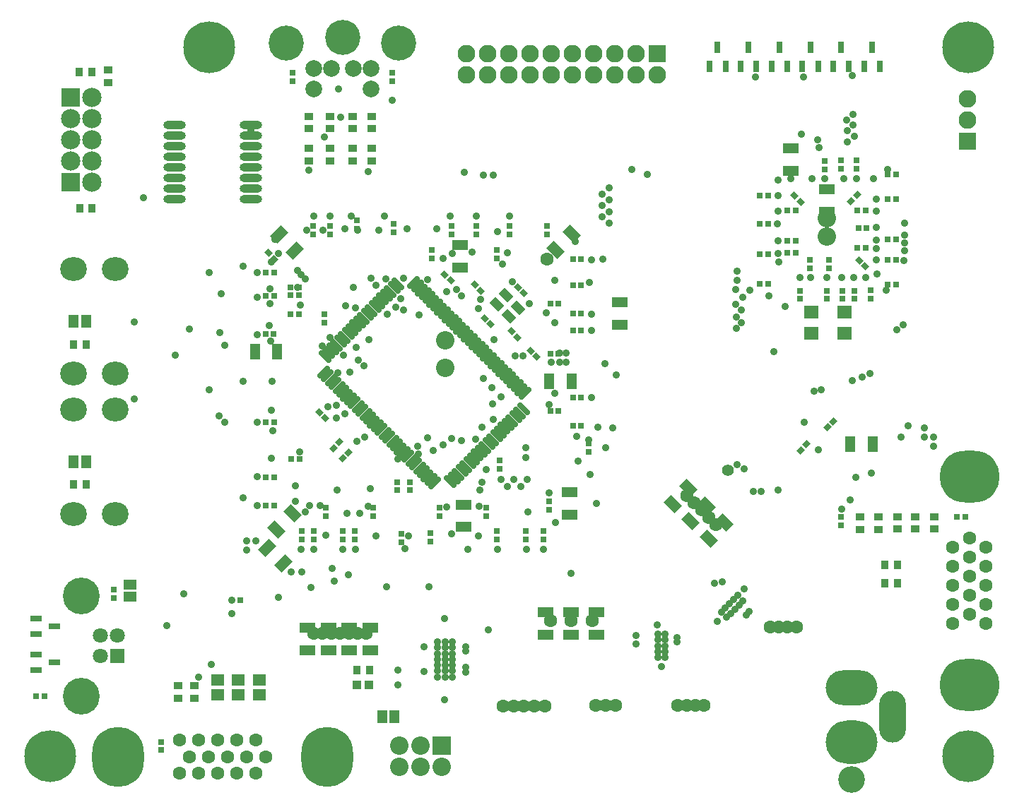
<source format=gbs>
%FSAX24Y24*%
%MOIN*%
G70*
G01*
G75*
G04 Layer_Color=16711935*
%ADD10C,0.0080*%
%ADD11C,0.0079*%
%ADD12R,0.0591X0.0551*%
%ADD13R,0.0551X0.0591*%
%ADD14O,0.0236X0.0866*%
%ADD15R,0.0394X0.1575*%
%ADD16R,0.1575X0.0394*%
%ADD17R,0.1299X0.0984*%
G04:AMPARAMS|DCode=18|XSize=8.7mil|YSize=74.8mil|CornerRadius=2.2mil|HoleSize=0mil|Usage=FLASHONLY|Rotation=90.000|XOffset=0mil|YOffset=0mil|HoleType=Round|Shape=RoundedRectangle|*
%AMROUNDEDRECTD18*
21,1,0.0087,0.0705,0,0,90.0*
21,1,0.0043,0.0748,0,0,90.0*
1,1,0.0043,0.0352,0.0022*
1,1,0.0043,0.0352,-0.0022*
1,1,0.0043,-0.0352,-0.0022*
1,1,0.0043,-0.0352,0.0022*
%
%ADD18ROUNDEDRECTD18*%
G04:AMPARAMS|DCode=19|XSize=8.7mil|YSize=74.8mil|CornerRadius=2.2mil|HoleSize=0mil|Usage=FLASHONLY|Rotation=180.000|XOffset=0mil|YOffset=0mil|HoleType=Round|Shape=RoundedRectangle|*
%AMROUNDEDRECTD19*
21,1,0.0087,0.0705,0,0,180.0*
21,1,0.0043,0.0748,0,0,180.0*
1,1,0.0043,-0.0022,0.0352*
1,1,0.0043,0.0022,0.0352*
1,1,0.0043,0.0022,-0.0352*
1,1,0.0043,-0.0022,-0.0352*
%
%ADD19ROUNDEDRECTD19*%
G04:AMPARAMS|DCode=20|XSize=133.9mil|YSize=135.8mil|CornerRadius=0mil|HoleSize=0mil|Usage=FLASHONLY|Rotation=135.000|XOffset=0mil|YOffset=0mil|HoleType=Round|Shape=Rectangle|*
%AMROTATEDRECTD20*
4,1,4,0.0953,0.0007,-0.0007,-0.0953,-0.0953,-0.0007,0.0007,0.0953,0.0953,0.0007,0.0*
%
%ADD20ROTATEDRECTD20*%

%ADD21R,0.1339X0.1358*%
%ADD22R,0.2047X0.0827*%
%ADD23R,0.2047X0.1969*%
G04:AMPARAMS|DCode=24|XSize=11.8mil|YSize=65mil|CornerRadius=3mil|HoleSize=0mil|Usage=FLASHONLY|Rotation=90.000|XOffset=0mil|YOffset=0mil|HoleType=Round|Shape=RoundedRectangle|*
%AMROUNDEDRECTD24*
21,1,0.0118,0.0591,0,0,90.0*
21,1,0.0059,0.0650,0,0,90.0*
1,1,0.0059,0.0295,0.0030*
1,1,0.0059,0.0295,-0.0030*
1,1,0.0059,-0.0295,-0.0030*
1,1,0.0059,-0.0295,0.0030*
%
%ADD24ROUNDEDRECTD24*%
G04:AMPARAMS|DCode=25|XSize=11.8mil|YSize=65mil|CornerRadius=3mil|HoleSize=0mil|Usage=FLASHONLY|Rotation=0.000|XOffset=0mil|YOffset=0mil|HoleType=Round|Shape=RoundedRectangle|*
%AMROUNDEDRECTD25*
21,1,0.0118,0.0591,0,0,0.0*
21,1,0.0059,0.0650,0,0,0.0*
1,1,0.0059,0.0030,-0.0295*
1,1,0.0059,-0.0030,-0.0295*
1,1,0.0059,-0.0030,0.0295*
1,1,0.0059,0.0030,0.0295*
%
%ADD25ROUNDEDRECTD25*%
%ADD26O,0.0827X0.0177*%
%ADD27R,0.1240X0.2028*%
%ADD28O,0.0118X0.0551*%
%ADD29O,0.0551X0.0118*%
G04:AMPARAMS|DCode=30|XSize=65mil|YSize=143.7mil|CornerRadius=0mil|HoleSize=0mil|Usage=FLASHONLY|Rotation=315.000|XOffset=0mil|YOffset=0mil|HoleType=Round|Shape=Rectangle|*
%AMROTATEDRECTD30*
4,1,4,-0.0738,-0.0278,0.0278,0.0738,0.0738,0.0278,-0.0278,-0.0738,-0.0738,-0.0278,0.0*
%
%ADD30ROTATEDRECTD30*%

G04:AMPARAMS|DCode=31|XSize=11.8mil|YSize=55.1mil|CornerRadius=0mil|HoleSize=0mil|Usage=FLASHONLY|Rotation=315.000|XOffset=0mil|YOffset=0mil|HoleType=Round|Shape=Round|*
%AMOVALD31*
21,1,0.0433,0.0118,0.0000,0.0000,45.0*
1,1,0.0118,-0.0153,-0.0153*
1,1,0.0118,0.0153,0.0153*
%
%ADD31OVALD31*%

G04:AMPARAMS|DCode=32|XSize=11.8mil|YSize=55.1mil|CornerRadius=0mil|HoleSize=0mil|Usage=FLASHONLY|Rotation=45.000|XOffset=0mil|YOffset=0mil|HoleType=Round|Shape=Round|*
%AMOVALD32*
21,1,0.0433,0.0118,0.0000,0.0000,135.0*
1,1,0.0118,0.0153,-0.0153*
1,1,0.0118,-0.0153,0.0153*
%
%ADD32OVALD32*%

%ADD33R,0.0650X0.1437*%
%ADD34R,0.0197X0.0236*%
%ADD35R,0.0236X0.0197*%
%ADD36R,0.0354X0.0276*%
%ADD37R,0.0276X0.0354*%
%ADD38R,0.0354X0.0315*%
%ADD39R,0.0315X0.0354*%
G04:AMPARAMS|DCode=40|XSize=35.4mil|YSize=31.5mil|CornerRadius=0mil|HoleSize=0mil|Usage=FLASHONLY|Rotation=225.000|XOffset=0mil|YOffset=0mil|HoleType=Round|Shape=Rectangle|*
%AMROTATEDRECTD40*
4,1,4,0.0014,0.0237,0.0237,0.0014,-0.0014,-0.0237,-0.0237,-0.0014,0.0014,0.0237,0.0*
%
%ADD40ROTATEDRECTD40*%

%ADD41R,0.0551X0.0472*%
G04:AMPARAMS|DCode=42|XSize=35.4mil|YSize=27.6mil|CornerRadius=0mil|HoleSize=0mil|Usage=FLASHONLY|Rotation=45.000|XOffset=0mil|YOffset=0mil|HoleType=Round|Shape=Rectangle|*
%AMROTATEDRECTD42*
4,1,4,-0.0028,-0.0223,-0.0223,-0.0028,0.0028,0.0223,0.0223,0.0028,-0.0028,-0.0223,0.0*
%
%ADD42ROTATEDRECTD42*%

%ADD43P,0.2840X4X270.0*%
G04:AMPARAMS|DCode=44|XSize=11.8mil|YSize=39.4mil|CornerRadius=0mil|HoleSize=0mil|Usage=FLASHONLY|Rotation=225.000|XOffset=0mil|YOffset=0mil|HoleType=Round|Shape=Rectangle|*
%AMROTATEDRECTD44*
4,1,4,-0.0097,0.0181,0.0181,-0.0097,0.0097,-0.0181,-0.0181,0.0097,-0.0097,0.0181,0.0*
%
%ADD44ROTATEDRECTD44*%

G04:AMPARAMS|DCode=45|XSize=11.8mil|YSize=39.4mil|CornerRadius=0mil|HoleSize=0mil|Usage=FLASHONLY|Rotation=315.000|XOffset=0mil|YOffset=0mil|HoleType=Round|Shape=Rectangle|*
%AMROTATEDRECTD45*
4,1,4,-0.0181,-0.0097,0.0097,0.0181,0.0181,0.0097,-0.0097,-0.0181,-0.0181,-0.0097,0.0*
%
%ADD45ROTATEDRECTD45*%

%ADD46R,0.0236X0.0453*%
%ADD47C,0.0118*%
%ADD48C,0.0197*%
%ADD49C,0.0110*%
%ADD50C,0.0315*%
%ADD51C,0.0236*%
%ADD52C,0.0551*%
%ADD53C,0.0157*%
%ADD54C,0.0276*%
%ADD55C,0.0100*%
%ADD56C,0.0709*%
%ADD57C,0.0787*%
%ADD58C,0.0472*%
%ADD59C,0.0512*%
%ADD60C,0.0827*%
%ADD61C,0.0120*%
%ADD62R,0.3858X0.3858*%
%ADD63O,0.2362X0.2756*%
%ADD64C,0.0551*%
%ADD65O,0.2756X0.2362*%
%ADD66O,0.1181X0.1024*%
%ADD67R,0.0827X0.0827*%
%ADD68C,0.0827*%
%ADD69C,0.0709*%
%ADD70C,0.1575*%
%ADD71C,0.1181*%
%ADD72O,0.2362X0.1969*%
%ADD73O,0.2362X0.1575*%
%ADD74O,0.1181X0.2362*%
%ADD75C,0.0748*%
%ADD76R,0.0748X0.0748*%
%ADD77R,0.0748X0.0748*%
%ADD78R,0.0787X0.0787*%
%ADD79C,0.0787*%
%ADD80C,0.2362*%
%ADD81C,0.1654*%
%ADD82C,0.0630*%
%ADD83R,0.0630X0.0630*%
%ADD84C,0.0280*%
%ADD85C,0.0472*%
%ADD86C,0.0079*%
G04:AMPARAMS|DCode=87|XSize=16.5mil|YSize=65mil|CornerRadius=4.1mil|HoleSize=0mil|Usage=FLASHONLY|Rotation=45.000|XOffset=0mil|YOffset=0mil|HoleType=Round|Shape=RoundedRectangle|*
%AMROUNDEDRECTD87*
21,1,0.0165,0.0567,0,0,45.0*
21,1,0.0083,0.0650,0,0,45.0*
1,1,0.0083,0.0230,-0.0171*
1,1,0.0083,0.0171,-0.0230*
1,1,0.0083,-0.0230,0.0171*
1,1,0.0083,-0.0171,0.0230*
%
%ADD87ROUNDEDRECTD87*%
G04:AMPARAMS|DCode=88|XSize=16.5mil|YSize=65mil|CornerRadius=4.1mil|HoleSize=0mil|Usage=FLASHONLY|Rotation=315.000|XOffset=0mil|YOffset=0mil|HoleType=Round|Shape=RoundedRectangle|*
%AMROUNDEDRECTD88*
21,1,0.0165,0.0567,0,0,315.0*
21,1,0.0083,0.0650,0,0,315.0*
1,1,0.0083,-0.0171,-0.0230*
1,1,0.0083,-0.0230,-0.0171*
1,1,0.0083,0.0171,0.0230*
1,1,0.0083,0.0230,0.0171*
%
%ADD88ROUNDEDRECTD88*%
G04:AMPARAMS|DCode=89|XSize=19.7mil|YSize=23.6mil|CornerRadius=0mil|HoleSize=0mil|Usage=FLASHONLY|Rotation=315.000|XOffset=0mil|YOffset=0mil|HoleType=Round|Shape=Rectangle|*
%AMROTATEDRECTD89*
4,1,4,-0.0153,-0.0014,0.0014,0.0153,0.0153,0.0014,-0.0014,-0.0153,-0.0153,-0.0014,0.0*
%
%ADD89ROTATEDRECTD89*%

%ADD90R,0.0433X0.0669*%
G04:AMPARAMS|DCode=91|XSize=66.9mil|YSize=43.3mil|CornerRadius=0mil|HoleSize=0mil|Usage=FLASHONLY|Rotation=225.000|XOffset=0mil|YOffset=0mil|HoleType=Round|Shape=Rectangle|*
%AMROTATEDRECTD91*
4,1,4,0.0084,0.0390,0.0390,0.0084,-0.0084,-0.0390,-0.0390,-0.0084,0.0084,0.0390,0.0*
%
%ADD91ROTATEDRECTD91*%

%ADD92R,0.0669X0.0433*%
G04:AMPARAMS|DCode=93|XSize=66.9mil|YSize=43.3mil|CornerRadius=0mil|HoleSize=0mil|Usage=FLASHONLY|Rotation=135.000|XOffset=0mil|YOffset=0mil|HoleType=Round|Shape=Rectangle|*
%AMROTATEDRECTD93*
4,1,4,0.0390,-0.0084,0.0084,-0.0390,-0.0390,0.0084,-0.0084,0.0390,0.0390,-0.0084,0.0*
%
%ADD93ROTATEDRECTD93*%

%ADD94O,0.0984X0.0295*%
%ADD95R,0.0630X0.0512*%
G04:AMPARAMS|DCode=96|XSize=49.2mil|YSize=33.5mil|CornerRadius=0mil|HoleSize=0mil|Usage=FLASHONLY|Rotation=135.000|XOffset=0mil|YOffset=0mil|HoleType=Round|Shape=Rectangle|*
%AMROTATEDRECTD96*
4,1,4,0.0292,-0.0056,0.0056,-0.0292,-0.0292,0.0056,-0.0056,0.0292,0.0292,-0.0056,0.0*
%
%ADD96ROTATEDRECTD96*%

G04:AMPARAMS|DCode=97|XSize=19.7mil|YSize=23.6mil|CornerRadius=0mil|HoleSize=0mil|Usage=FLASHONLY|Rotation=225.000|XOffset=0mil|YOffset=0mil|HoleType=Round|Shape=Rectangle|*
%AMROTATEDRECTD97*
4,1,4,-0.0014,0.0153,0.0153,-0.0014,0.0014,-0.0153,-0.0153,0.0014,-0.0014,0.0153,0.0*
%
%ADD97ROTATEDRECTD97*%

%ADD98R,0.0433X0.0551*%
%ADD99R,0.0551X0.0433*%
%ADD100R,0.0453X0.0236*%
%ADD101C,0.0394*%
%ADD102C,0.0433*%
%ADD103C,0.0630*%
%ADD104C,0.0984*%
%ADD105C,0.1575*%
%ADD106C,0.1181*%
%ADD107C,0.0098*%
%ADD108C,0.0010*%
%ADD109R,0.0671X0.0631*%
%ADD110R,0.0631X0.0671*%
%ADD111O,0.0316X0.0946*%
%ADD112R,0.0474X0.1655*%
%ADD113R,0.1655X0.0474*%
%ADD114R,0.1379X0.1064*%
G04:AMPARAMS|DCode=115|XSize=16.7mil|YSize=82.8mil|CornerRadius=6.2mil|HoleSize=0mil|Usage=FLASHONLY|Rotation=90.000|XOffset=0mil|YOffset=0mil|HoleType=Round|Shape=RoundedRectangle|*
%AMROUNDEDRECTD115*
21,1,0.0167,0.0705,0,0,90.0*
21,1,0.0043,0.0828,0,0,90.0*
1,1,0.0123,0.0352,0.0022*
1,1,0.0123,0.0352,-0.0022*
1,1,0.0123,-0.0352,-0.0022*
1,1,0.0123,-0.0352,0.0022*
%
%ADD115ROUNDEDRECTD115*%
G04:AMPARAMS|DCode=116|XSize=16.7mil|YSize=82.8mil|CornerRadius=6.2mil|HoleSize=0mil|Usage=FLASHONLY|Rotation=180.000|XOffset=0mil|YOffset=0mil|HoleType=Round|Shape=RoundedRectangle|*
%AMROUNDEDRECTD116*
21,1,0.0167,0.0705,0,0,180.0*
21,1,0.0043,0.0828,0,0,180.0*
1,1,0.0123,-0.0022,0.0352*
1,1,0.0123,0.0022,0.0352*
1,1,0.0123,0.0022,-0.0352*
1,1,0.0123,-0.0022,-0.0352*
%
%ADD116ROUNDEDRECTD116*%
G04:AMPARAMS|DCode=117|XSize=141.9mil|YSize=143.8mil|CornerRadius=0mil|HoleSize=0mil|Usage=FLASHONLY|Rotation=135.000|XOffset=0mil|YOffset=0mil|HoleType=Round|Shape=Rectangle|*
%AMROTATEDRECTD117*
4,1,4,0.1010,0.0007,-0.0007,-0.1010,-0.1010,-0.0007,0.0007,0.1010,0.1010,0.0007,0.0*
%
%ADD117ROTATEDRECTD117*%

%ADD118R,0.1419X0.1438*%
%ADD119R,0.2127X0.0907*%
%ADD120R,0.2127X0.2049*%
G04:AMPARAMS|DCode=121|XSize=19.8mil|YSize=73mil|CornerRadius=7mil|HoleSize=0mil|Usage=FLASHONLY|Rotation=90.000|XOffset=0mil|YOffset=0mil|HoleType=Round|Shape=RoundedRectangle|*
%AMROUNDEDRECTD121*
21,1,0.0198,0.0591,0,0,90.0*
21,1,0.0059,0.0730,0,0,90.0*
1,1,0.0139,0.0295,0.0030*
1,1,0.0139,0.0295,-0.0030*
1,1,0.0139,-0.0295,-0.0030*
1,1,0.0139,-0.0295,0.0030*
%
%ADD121ROUNDEDRECTD121*%
G04:AMPARAMS|DCode=122|XSize=19.8mil|YSize=73mil|CornerRadius=7mil|HoleSize=0mil|Usage=FLASHONLY|Rotation=0.000|XOffset=0mil|YOffset=0mil|HoleType=Round|Shape=RoundedRectangle|*
%AMROUNDEDRECTD122*
21,1,0.0198,0.0591,0,0,0.0*
21,1,0.0059,0.0730,0,0,0.0*
1,1,0.0139,0.0030,-0.0295*
1,1,0.0139,-0.0030,-0.0295*
1,1,0.0139,-0.0030,0.0295*
1,1,0.0139,0.0030,0.0295*
%
%ADD122ROUNDEDRECTD122*%
%ADD123O,0.0907X0.0257*%
%ADD124R,0.1320X0.2108*%
%ADD125O,0.0198X0.0631*%
%ADD126O,0.0631X0.0198*%
G04:AMPARAMS|DCode=127|XSize=73mil|YSize=151.7mil|CornerRadius=0mil|HoleSize=0mil|Usage=FLASHONLY|Rotation=315.000|XOffset=0mil|YOffset=0mil|HoleType=Round|Shape=Rectangle|*
%AMROTATEDRECTD127*
4,1,4,-0.0794,-0.0278,0.0278,0.0794,0.0794,0.0278,-0.0278,-0.0794,-0.0794,-0.0278,0.0*
%
%ADD127ROTATEDRECTD127*%

G04:AMPARAMS|DCode=128|XSize=19.8mil|YSize=63.1mil|CornerRadius=0mil|HoleSize=0mil|Usage=FLASHONLY|Rotation=315.000|XOffset=0mil|YOffset=0mil|HoleType=Round|Shape=Round|*
%AMOVALD128*
21,1,0.0433,0.0198,0.0000,0.0000,45.0*
1,1,0.0198,-0.0153,-0.0153*
1,1,0.0198,0.0153,0.0153*
%
%ADD128OVALD128*%

G04:AMPARAMS|DCode=129|XSize=19.8mil|YSize=63.1mil|CornerRadius=0mil|HoleSize=0mil|Usage=FLASHONLY|Rotation=45.000|XOffset=0mil|YOffset=0mil|HoleType=Round|Shape=Round|*
%AMOVALD129*
21,1,0.0433,0.0198,0.0000,0.0000,135.0*
1,1,0.0198,0.0153,-0.0153*
1,1,0.0198,-0.0153,0.0153*
%
%ADD129OVALD129*%

%ADD130R,0.0730X0.1517*%
%ADD131R,0.0277X0.0316*%
%ADD132R,0.0316X0.0277*%
%ADD133R,0.0434X0.0356*%
%ADD134R,0.0356X0.0434*%
%ADD135R,0.0434X0.0395*%
%ADD136R,0.0395X0.0434*%
G04:AMPARAMS|DCode=137|XSize=43.4mil|YSize=39.5mil|CornerRadius=0mil|HoleSize=0mil|Usage=FLASHONLY|Rotation=225.000|XOffset=0mil|YOffset=0mil|HoleType=Round|Shape=Rectangle|*
%AMROTATEDRECTD137*
4,1,4,0.0014,0.0293,0.0293,0.0014,-0.0014,-0.0293,-0.0293,-0.0014,0.0014,0.0293,0.0*
%
%ADD137ROTATEDRECTD137*%

%ADD138R,0.0631X0.0552*%
G04:AMPARAMS|DCode=139|XSize=43.4mil|YSize=35.6mil|CornerRadius=0mil|HoleSize=0mil|Usage=FLASHONLY|Rotation=45.000|XOffset=0mil|YOffset=0mil|HoleType=Round|Shape=Rectangle|*
%AMROTATEDRECTD139*
4,1,4,-0.0028,-0.0279,-0.0279,-0.0028,0.0028,0.0279,0.0279,0.0028,-0.0028,-0.0279,0.0*
%
%ADD139ROTATEDRECTD139*%

%ADD140P,0.2953X4X270.0*%
G04:AMPARAMS|DCode=141|XSize=19.8mil|YSize=47.4mil|CornerRadius=0mil|HoleSize=0mil|Usage=FLASHONLY|Rotation=225.000|XOffset=0mil|YOffset=0mil|HoleType=Round|Shape=Rectangle|*
%AMROTATEDRECTD141*
4,1,4,-0.0097,0.0238,0.0238,-0.0097,0.0097,-0.0238,-0.0238,0.0097,-0.0097,0.0238,0.0*
%
%ADD141ROTATEDRECTD141*%

G04:AMPARAMS|DCode=142|XSize=19.8mil|YSize=47.4mil|CornerRadius=0mil|HoleSize=0mil|Usage=FLASHONLY|Rotation=315.000|XOffset=0mil|YOffset=0mil|HoleType=Round|Shape=Rectangle|*
%AMROTATEDRECTD142*
4,1,4,-0.0238,-0.0097,0.0097,0.0238,0.0238,0.0097,-0.0097,-0.0238,-0.0238,-0.0097,0.0*
%
%ADD142ROTATEDRECTD142*%

%ADD143R,0.0316X0.0533*%
%ADD144O,0.2442X0.2836*%
%ADD145C,0.0631*%
%ADD146O,0.2836X0.2442*%
%ADD147O,0.1261X0.1104*%
%ADD148R,0.0907X0.0907*%
%ADD149C,0.0907*%
%ADD150C,0.0789*%
%ADD151C,0.1655*%
%ADD152C,0.1261*%
%ADD153O,0.2442X0.2049*%
%ADD154O,0.2442X0.1655*%
%ADD155O,0.1261X0.2442*%
%ADD156C,0.0828*%
%ADD157R,0.0828X0.0828*%
%ADD158R,0.0828X0.0828*%
%ADD159R,0.0867X0.0867*%
%ADD160C,0.0867*%
%ADD161C,0.2442*%
%ADD162C,0.1734*%
%ADD163C,0.0710*%
%ADD164R,0.0710X0.0710*%
%ADD165C,0.0360*%
%ADD166C,0.0552*%
G04:AMPARAMS|DCode=167|XSize=24.5mil|YSize=73mil|CornerRadius=8.1mil|HoleSize=0mil|Usage=FLASHONLY|Rotation=45.000|XOffset=0mil|YOffset=0mil|HoleType=Round|Shape=RoundedRectangle|*
%AMROUNDEDRECTD167*
21,1,0.0245,0.0567,0,0,45.0*
21,1,0.0083,0.0730,0,0,45.0*
1,1,0.0163,0.0230,-0.0171*
1,1,0.0163,0.0171,-0.0230*
1,1,0.0163,-0.0230,0.0171*
1,1,0.0163,-0.0171,0.0230*
%
%ADD167ROUNDEDRECTD167*%
G04:AMPARAMS|DCode=168|XSize=24.5mil|YSize=73mil|CornerRadius=8.1mil|HoleSize=0mil|Usage=FLASHONLY|Rotation=315.000|XOffset=0mil|YOffset=0mil|HoleType=Round|Shape=RoundedRectangle|*
%AMROUNDEDRECTD168*
21,1,0.0245,0.0567,0,0,315.0*
21,1,0.0083,0.0730,0,0,315.0*
1,1,0.0163,-0.0171,-0.0230*
1,1,0.0163,-0.0230,-0.0171*
1,1,0.0163,0.0171,0.0230*
1,1,0.0163,0.0230,0.0171*
%
%ADD168ROUNDEDRECTD168*%
G04:AMPARAMS|DCode=169|XSize=27.7mil|YSize=31.6mil|CornerRadius=0mil|HoleSize=0mil|Usage=FLASHONLY|Rotation=315.000|XOffset=0mil|YOffset=0mil|HoleType=Round|Shape=Rectangle|*
%AMROTATEDRECTD169*
4,1,4,-0.0210,-0.0014,0.0014,0.0210,0.0210,0.0014,-0.0014,-0.0210,-0.0210,-0.0014,0.0*
%
%ADD169ROTATEDRECTD169*%

%ADD170R,0.0513X0.0749*%
G04:AMPARAMS|DCode=171|XSize=74.9mil|YSize=51.3mil|CornerRadius=0mil|HoleSize=0mil|Usage=FLASHONLY|Rotation=225.000|XOffset=0mil|YOffset=0mil|HoleType=Round|Shape=Rectangle|*
%AMROTATEDRECTD171*
4,1,4,0.0084,0.0446,0.0446,0.0084,-0.0084,-0.0446,-0.0446,-0.0084,0.0084,0.0446,0.0*
%
%ADD171ROTATEDRECTD171*%

%ADD172R,0.0749X0.0513*%
G04:AMPARAMS|DCode=173|XSize=74.9mil|YSize=51.3mil|CornerRadius=0mil|HoleSize=0mil|Usage=FLASHONLY|Rotation=135.000|XOffset=0mil|YOffset=0mil|HoleType=Round|Shape=Rectangle|*
%AMROTATEDRECTD173*
4,1,4,0.0446,-0.0084,0.0084,-0.0446,-0.0446,0.0084,-0.0084,0.0446,0.0446,-0.0084,0.0*
%
%ADD173ROTATEDRECTD173*%

%ADD174O,0.1064X0.0375*%
%ADD175R,0.0710X0.0592*%
G04:AMPARAMS|DCode=176|XSize=57.2mil|YSize=41.5mil|CornerRadius=0mil|HoleSize=0mil|Usage=FLASHONLY|Rotation=135.000|XOffset=0mil|YOffset=0mil|HoleType=Round|Shape=Rectangle|*
%AMROTATEDRECTD176*
4,1,4,0.0349,-0.0056,0.0056,-0.0349,-0.0349,0.0056,-0.0056,0.0349,0.0349,-0.0056,0.0*
%
%ADD176ROTATEDRECTD176*%

G04:AMPARAMS|DCode=177|XSize=27.7mil|YSize=31.6mil|CornerRadius=0mil|HoleSize=0mil|Usage=FLASHONLY|Rotation=225.000|XOffset=0mil|YOffset=0mil|HoleType=Round|Shape=Rectangle|*
%AMROTATEDRECTD177*
4,1,4,-0.0014,0.0210,0.0210,-0.0014,0.0014,-0.0210,-0.0210,0.0014,-0.0014,0.0210,0.0*
%
%ADD177ROTATEDRECTD177*%

%ADD178R,0.0513X0.0631*%
%ADD179R,0.0631X0.0513*%
%ADD180R,0.0533X0.0316*%
D131*
X029724Y022343D02*
D03*
Y021949D02*
D03*
X028376Y022313D02*
D03*
Y021919D02*
D03*
X026181Y022441D02*
D03*
Y022047D02*
D03*
X025591Y022441D02*
D03*
Y022047D02*
D03*
X024252Y022441D02*
D03*
Y022047D02*
D03*
X030748Y036457D02*
D03*
Y036850D02*
D03*
X031890Y036457D02*
D03*
Y036850D02*
D03*
X027992Y036555D02*
D03*
Y036949D02*
D03*
X026280Y036713D02*
D03*
Y037106D02*
D03*
X025000Y036457D02*
D03*
Y036850D02*
D03*
X024213Y036457D02*
D03*
Y036850D02*
D03*
X023661Y022441D02*
D03*
Y022047D02*
D03*
X035079Y022441D02*
D03*
Y022047D02*
D03*
X034252Y022441D02*
D03*
Y022047D02*
D03*
X032874Y022441D02*
D03*
Y022047D02*
D03*
X037205Y026201D02*
D03*
Y026594D02*
D03*
X028189Y024370D02*
D03*
Y024764D02*
D03*
X024724Y032283D02*
D03*
Y032677D02*
D03*
X032992Y025787D02*
D03*
Y025394D02*
D03*
X028780Y024370D02*
D03*
Y024764D02*
D03*
X035236Y036850D02*
D03*
Y036457D02*
D03*
X033465Y036850D02*
D03*
Y036457D02*
D03*
X032362Y023543D02*
D03*
Y023150D02*
D03*
X035354Y023858D02*
D03*
Y023465D02*
D03*
X027047Y023543D02*
D03*
Y023150D02*
D03*
X030157Y023543D02*
D03*
Y023150D02*
D03*
X024803Y023543D02*
D03*
Y023150D02*
D03*
X032874Y035315D02*
D03*
Y035709D02*
D03*
X029803Y035315D02*
D03*
Y035709D02*
D03*
X047169Y033407D02*
D03*
X047169Y033801D02*
D03*
X049846Y039943D02*
D03*
X049846Y039549D02*
D03*
X048429Y033801D02*
D03*
Y033407D02*
D03*
X050492Y033809D02*
D03*
Y033415D02*
D03*
X049177Y033801D02*
D03*
Y033407D02*
D03*
X049728Y033801D02*
D03*
X049728Y033407D02*
D03*
X048346Y039528D02*
D03*
X048346Y039921D02*
D03*
X049114Y039567D02*
D03*
X049114Y039961D02*
D03*
X048543Y034843D02*
D03*
Y035236D02*
D03*
X047642Y034864D02*
D03*
X047642Y035258D02*
D03*
X049114Y023120D02*
D03*
Y022726D02*
D03*
X017047Y012500D02*
D03*
Y012106D02*
D03*
X027953Y043701D02*
D03*
Y044094D02*
D03*
X023228Y043701D02*
D03*
Y044094D02*
D03*
X014823Y019282D02*
D03*
Y019675D02*
D03*
D132*
X036457Y027402D02*
D03*
X036850D02*
D03*
X023543Y033583D02*
D03*
X023150D02*
D03*
X035394Y030827D02*
D03*
X035787D02*
D03*
X021969Y025000D02*
D03*
X022362D02*
D03*
X035394Y028110D02*
D03*
X035787D02*
D03*
X021969Y027598D02*
D03*
X022362Y027598D02*
D03*
X021969Y023661D02*
D03*
X022362D02*
D03*
X021959Y031762D02*
D03*
X022352D02*
D03*
X021969Y033553D02*
D03*
X022362D02*
D03*
X023583Y025866D02*
D03*
X023189D02*
D03*
X021969Y034646D02*
D03*
X022362D02*
D03*
X036850Y034055D02*
D03*
X036457D02*
D03*
X023524Y033957D02*
D03*
X023130D02*
D03*
X036850Y035276D02*
D03*
X036457D02*
D03*
X023524Y032677D02*
D03*
X023130D02*
D03*
X036850Y032717D02*
D03*
X036457D02*
D03*
X036850Y031929D02*
D03*
X036457Y031929D02*
D03*
X036850Y028740D02*
D03*
X036457D02*
D03*
X035394Y033189D02*
D03*
X035787D02*
D03*
X045279Y034116D02*
D03*
X045673D02*
D03*
X051697Y034076D02*
D03*
X051303Y034076D02*
D03*
X051697Y039273D02*
D03*
X051303Y039273D02*
D03*
X051303Y035258D02*
D03*
X051697Y035258D02*
D03*
X051303Y036202D02*
D03*
X051697D02*
D03*
X051303Y038132D02*
D03*
X051697D02*
D03*
X045673Y038289D02*
D03*
X045279D02*
D03*
X045673Y036950D02*
D03*
X045279Y036950D02*
D03*
X045673Y035533D02*
D03*
X045279D02*
D03*
X046579Y035573D02*
D03*
X046972Y035573D02*
D03*
X050279Y035809D02*
D03*
X049886Y035809D02*
D03*
X050319Y036754D02*
D03*
X049925Y036754D02*
D03*
X050279Y037580D02*
D03*
X049886Y037580D02*
D03*
X046579Y036163D02*
D03*
X046972Y036163D02*
D03*
X046579Y037580D02*
D03*
X046972Y037580D02*
D03*
X054587Y023130D02*
D03*
X054980Y023130D02*
D03*
X011142Y014646D02*
D03*
X011535D02*
D03*
X020374Y019193D02*
D03*
X020768D02*
D03*
D133*
X053504Y022539D02*
D03*
Y023130D02*
D03*
X052598Y023130D02*
D03*
Y022539D02*
D03*
X051772Y023130D02*
D03*
Y022539D02*
D03*
X050886Y023120D02*
D03*
X050886Y022530D02*
D03*
X050000Y023120D02*
D03*
Y022530D02*
D03*
X018622Y015157D02*
D03*
Y014567D02*
D03*
X017835Y015157D02*
D03*
X017835Y014567D02*
D03*
X026083Y039921D02*
D03*
Y040512D02*
D03*
X025000Y039921D02*
D03*
Y040512D02*
D03*
X026083Y041437D02*
D03*
Y042028D02*
D03*
X025000Y041437D02*
D03*
Y042028D02*
D03*
X024016Y040512D02*
D03*
Y039921D02*
D03*
Y042028D02*
D03*
Y041437D02*
D03*
X026969Y040512D02*
D03*
Y039921D02*
D03*
Y042028D02*
D03*
Y041437D02*
D03*
X014547Y043612D02*
D03*
Y044203D02*
D03*
D134*
X051181Y020866D02*
D03*
X051772Y020866D02*
D03*
X051181Y019980D02*
D03*
X051772D02*
D03*
X012913Y031258D02*
D03*
X013504Y031258D02*
D03*
X012913Y024644D02*
D03*
X013504D02*
D03*
X026859Y015882D02*
D03*
X026268D02*
D03*
X013770Y044104D02*
D03*
X013179D02*
D03*
X013789Y037687D02*
D03*
X013199D02*
D03*
D136*
X026839Y015193D02*
D03*
X026288D02*
D03*
D138*
X021673Y015413D02*
D03*
Y014705D02*
D03*
X020689Y015413D02*
D03*
Y014705D02*
D03*
X019705Y015413D02*
D03*
Y014705D02*
D03*
D143*
X050945Y044400D02*
D03*
X050197D02*
D03*
X050571Y045285D02*
D03*
X049488Y044400D02*
D03*
X048740D02*
D03*
X049114Y045285D02*
D03*
X048032Y044400D02*
D03*
X047283D02*
D03*
X047657Y045285D02*
D03*
X046575Y044400D02*
D03*
X045827D02*
D03*
X046201Y045285D02*
D03*
X045118Y044400D02*
D03*
X044370D02*
D03*
X044744Y045285D02*
D03*
X043661Y044400D02*
D03*
X042913D02*
D03*
X043287Y045285D02*
D03*
D144*
X024860Y011795D02*
D03*
X015022D02*
D03*
D145*
X017912Y012575D02*
D03*
X018814D02*
D03*
X019716D02*
D03*
X020617D02*
D03*
X021519D02*
D03*
X021969Y011795D02*
D03*
X021068D02*
D03*
X020166D02*
D03*
X019265D02*
D03*
X018363D02*
D03*
X017912Y011016D02*
D03*
X018814D02*
D03*
X019716D02*
D03*
X020617D02*
D03*
X021519D02*
D03*
X054384Y018070D02*
D03*
Y018971D02*
D03*
Y019873D02*
D03*
Y020775D02*
D03*
Y021676D02*
D03*
X055163Y022127D02*
D03*
Y021225D02*
D03*
Y020324D02*
D03*
Y019422D02*
D03*
Y018521D02*
D03*
X055943Y018070D02*
D03*
Y018971D02*
D03*
Y019873D02*
D03*
Y020775D02*
D03*
Y021676D02*
D03*
X033661Y014195D02*
D03*
X034154D02*
D03*
X034646D02*
D03*
X035138D02*
D03*
X037992Y014213D02*
D03*
X037530D02*
D03*
X041417D02*
D03*
X041824D02*
D03*
X042231D02*
D03*
X035236Y035276D02*
D03*
X038484Y014213D02*
D03*
X035404Y018209D02*
D03*
X033169Y014195D02*
D03*
X024240Y017615D02*
D03*
X025067D02*
D03*
X026721Y017615D02*
D03*
X026307Y017615D02*
D03*
X025481D02*
D03*
X037372Y018209D02*
D03*
X036388D02*
D03*
X041828Y024131D02*
D03*
X042524Y023435D02*
D03*
X043220Y022739D02*
D03*
X042872Y023087D02*
D03*
X042638Y014213D02*
D03*
X042176Y023783D02*
D03*
X024654Y017615D02*
D03*
X025894D02*
D03*
X045787Y017913D02*
D03*
X046181D02*
D03*
X046575D02*
D03*
X047008D02*
D03*
D146*
X055163Y025018D02*
D03*
Y015179D02*
D03*
D147*
X014882Y028187D02*
D03*
X012913D02*
D03*
Y023266D02*
D03*
X014882D02*
D03*
X014882Y034802D02*
D03*
X012913D02*
D03*
Y029880D02*
D03*
X014882D02*
D03*
D148*
X012787Y038906D02*
D03*
Y042906D02*
D03*
D149*
Y039906D02*
D03*
Y040906D02*
D03*
Y041906D02*
D03*
X013787Y038906D02*
D03*
Y039906D02*
D03*
Y040906D02*
D03*
Y041906D02*
D03*
Y042906D02*
D03*
D150*
X026929Y043307D02*
D03*
X026102Y044291D02*
D03*
X024252D02*
D03*
Y043307D02*
D03*
X025079Y044291D02*
D03*
X026929D02*
D03*
D151*
X025591Y045768D02*
D03*
X022933Y045472D02*
D03*
X028248D02*
D03*
D152*
X049616Y010728D02*
D03*
D153*
Y012500D02*
D03*
D154*
Y015039D02*
D03*
D155*
X051545Y013701D02*
D03*
D156*
X031453Y043980D02*
D03*
X032453D02*
D03*
X033453D02*
D03*
X034453D02*
D03*
X035453D02*
D03*
X036453D02*
D03*
X037453D02*
D03*
X038453D02*
D03*
X039453D02*
D03*
X040453D02*
D03*
X031453Y044980D02*
D03*
X032453D02*
D03*
X033453D02*
D03*
X034453D02*
D03*
X035453D02*
D03*
X036453D02*
D03*
X037453D02*
D03*
X038453D02*
D03*
X039453D02*
D03*
X055079Y042866D02*
D03*
Y041866D02*
D03*
D157*
X040453Y044980D02*
D03*
D158*
X055079Y040866D02*
D03*
D159*
X030276Y012323D02*
D03*
D160*
X029276D02*
D03*
X028276D02*
D03*
X030276Y011323D02*
D03*
X029276D02*
D03*
X028276D02*
D03*
X030433Y030148D02*
D03*
Y031457D02*
D03*
X048429Y037226D02*
D03*
Y036340D02*
D03*
D161*
X055118Y045276D02*
D03*
Y011811D02*
D03*
X011811D02*
D03*
X019291Y045276D02*
D03*
D162*
X013268Y014657D02*
D03*
Y019398D02*
D03*
D163*
X014173Y017520D02*
D03*
Y016535D02*
D03*
X014961Y017520D02*
D03*
D164*
Y016535D02*
D03*
D165*
X049656Y043937D02*
D03*
X047343Y043898D02*
D03*
X045079D02*
D03*
X045947Y030907D02*
D03*
X044813Y033819D02*
D03*
X044213Y034724D02*
D03*
X044124Y033858D02*
D03*
X044461Y033496D02*
D03*
X044401Y032885D02*
D03*
X044418Y032292D02*
D03*
X048077Y040547D02*
D03*
X047992Y040906D02*
D03*
X044205Y025577D02*
D03*
X044530Y025395D02*
D03*
X029685Y019803D02*
D03*
X025502Y041978D02*
D03*
X039449Y017126D02*
D03*
Y017520D02*
D03*
X051293Y039510D02*
D03*
X049547Y023927D02*
D03*
X049124Y023494D02*
D03*
X050537Y025198D02*
D03*
X048042Y026289D02*
D03*
X046152Y024390D02*
D03*
X041378Y017215D02*
D03*
X031395Y016775D02*
D03*
X031409Y015787D02*
D03*
X032461Y017795D02*
D03*
X030423Y018327D02*
D03*
X030422Y014480D02*
D03*
X032018Y032943D02*
D03*
X033400Y032625D02*
D03*
X052119Y036427D02*
D03*
X052067Y035226D02*
D03*
X050779Y035797D02*
D03*
X051225Y033820D02*
D03*
X052119Y035681D02*
D03*
X051734Y031951D02*
D03*
X052047Y032185D02*
D03*
X050111Y029726D02*
D03*
X025394Y043307D02*
D03*
X038348Y027314D02*
D03*
X023366Y023839D02*
D03*
X023839Y023366D02*
D03*
X022569Y035541D02*
D03*
X022234Y035157D02*
D03*
X022421Y036220D02*
D03*
X022175Y033199D02*
D03*
X022175Y033878D02*
D03*
X022205Y031417D02*
D03*
X031713Y035624D02*
D03*
X027295Y036665D02*
D03*
X025719Y036703D02*
D03*
X023896Y036646D02*
D03*
X024683D02*
D03*
X028638Y036705D02*
D03*
X030026Y036711D02*
D03*
X030778Y035551D02*
D03*
X033376Y035571D02*
D03*
X035610Y032293D02*
D03*
X035620Y034272D02*
D03*
X036152Y030837D02*
D03*
Y030423D02*
D03*
X035848Y030425D02*
D03*
Y030838D02*
D03*
X035622Y028958D02*
D03*
X035354Y028425D02*
D03*
X037648Y027343D02*
D03*
X036634Y026909D02*
D03*
X036703Y025738D02*
D03*
X037266Y025109D02*
D03*
X034332Y023348D02*
D03*
X032008Y022234D02*
D03*
X027186Y022206D02*
D03*
X026398Y023278D02*
D03*
X032077Y024386D02*
D03*
X025335Y024390D02*
D03*
X025807Y023278D02*
D03*
X024055Y023661D02*
D03*
X023366Y024587D02*
D03*
X022275Y029506D02*
D03*
X026301Y036646D02*
D03*
X026004Y037313D02*
D03*
X023465Y034744D02*
D03*
X023642Y034547D02*
D03*
X023829Y034360D02*
D03*
X023467Y033953D02*
D03*
X023622Y033110D02*
D03*
X021585Y034665D02*
D03*
Y033484D02*
D03*
X020912Y034954D02*
D03*
X022244Y025881D02*
D03*
X019291Y029134D02*
D03*
X022244Y028150D02*
D03*
X023563Y026201D02*
D03*
X030332Y035309D02*
D03*
X033150Y035039D02*
D03*
X035197Y032756D02*
D03*
X035433Y030433D02*
D03*
X034409Y033189D02*
D03*
X030512Y033740D02*
D03*
X026644Y026900D02*
D03*
X028110Y033031D02*
D03*
X025738Y033091D02*
D03*
X026102Y033957D02*
D03*
X026890Y024449D02*
D03*
X026339Y030512D02*
D03*
X025630Y030748D02*
D03*
X025945Y029961D02*
D03*
X026614Y030236D02*
D03*
X027717Y032677D02*
D03*
X029606Y026850D02*
D03*
X029134Y026457D02*
D03*
X032165Y027362D02*
D03*
X032362Y025354D02*
D03*
X031220Y026732D02*
D03*
X030748Y026811D02*
D03*
X031882Y026776D02*
D03*
X026250Y031132D02*
D03*
X026841Y031486D02*
D03*
X024528Y023661D02*
D03*
X026811Y023622D02*
D03*
X030512Y023583D02*
D03*
X032037Y023604D02*
D03*
X033063Y024872D02*
D03*
X037205Y026762D02*
D03*
X037561Y023751D02*
D03*
X035640Y022845D02*
D03*
X034272Y021594D02*
D03*
X035059D02*
D03*
X034299Y024872D02*
D03*
X032697Y027726D02*
D03*
X032667Y028435D02*
D03*
X025699Y027982D02*
D03*
X025310Y028397D02*
D03*
X024906Y028308D02*
D03*
X032244Y029646D02*
D03*
X029173Y026097D02*
D03*
X030335Y026526D02*
D03*
X025004Y031576D02*
D03*
X029217Y032639D02*
D03*
X030989Y033850D02*
D03*
X031211Y033553D02*
D03*
X032101Y033378D02*
D03*
X033597Y034224D02*
D03*
X034227Y025907D02*
D03*
Y026399D02*
D03*
X033990Y024563D02*
D03*
X033372D02*
D03*
X033681Y024872D02*
D03*
X032178Y024748D02*
D03*
X025388Y029903D02*
D03*
X025315Y027776D02*
D03*
X026270Y026673D02*
D03*
X028194Y025838D02*
D03*
X029862Y026260D02*
D03*
X024640Y031183D02*
D03*
X027185Y034065D02*
D03*
X026201Y032982D02*
D03*
X027638Y034350D02*
D03*
X026939Y034370D02*
D03*
X028465Y034380D02*
D03*
X028465Y032884D02*
D03*
X028327Y033406D02*
D03*
X029591Y034332D02*
D03*
X033081Y028799D02*
D03*
X032628Y029213D02*
D03*
X033724Y030725D02*
D03*
X034119Y030710D02*
D03*
X032731Y031478D02*
D03*
X022313Y027185D02*
D03*
X035354Y024252D02*
D03*
X015768Y028691D02*
D03*
X017984Y038629D02*
D03*
X037992Y026378D02*
D03*
X038494Y029813D02*
D03*
X037965Y030362D02*
D03*
X036388Y020443D02*
D03*
X044784Y018642D02*
D03*
X044636Y018495D02*
D03*
X041388Y017431D02*
D03*
X037874Y035276D02*
D03*
X020905Y024016D02*
D03*
X027677Y019803D02*
D03*
X024114Y019783D02*
D03*
X038184Y036979D02*
D03*
X037854Y037283D02*
D03*
Y037825D02*
D03*
Y038366D02*
D03*
X037333Y035266D02*
D03*
X031329Y039370D02*
D03*
X032244Y039252D02*
D03*
X032717D02*
D03*
X025886Y020374D02*
D03*
X025098Y020669D02*
D03*
X025197Y020079D02*
D03*
X018799Y015551D02*
D03*
X019390Y016142D02*
D03*
X020374Y019193D02*
D03*
X018110Y019488D02*
D03*
X017323Y017972D02*
D03*
X016211Y038179D02*
D03*
X019291Y034646D02*
D03*
X019882Y033661D02*
D03*
X021585Y031713D02*
D03*
X030728Y022317D02*
D03*
X031416Y016017D02*
D03*
X031395Y016998D02*
D03*
X029437Y015804D02*
D03*
X029437Y016985D02*
D03*
X037224Y034183D02*
D03*
X031516Y021594D02*
D03*
X024803Y022244D02*
D03*
X023642Y021594D02*
D03*
X039961Y039272D02*
D03*
X037333Y032697D02*
D03*
Y031909D02*
D03*
X030661Y037315D02*
D03*
X031909Y037313D02*
D03*
X036575Y036102D02*
D03*
X039242Y039528D02*
D03*
X050789Y036180D02*
D03*
Y036781D02*
D03*
X046143Y038297D02*
D03*
X047169Y034431D02*
D03*
X047659Y034428D02*
D03*
X026201Y021594D02*
D03*
X025610D02*
D03*
X024232D02*
D03*
X027579Y037313D02*
D03*
X024232D02*
D03*
X033484D02*
D03*
X021585Y027579D02*
D03*
Y025020D02*
D03*
Y023642D02*
D03*
X032894Y021594D02*
D03*
X025020Y037313D02*
D03*
X048338Y039074D02*
D03*
X049156Y034430D02*
D03*
X049706Y034428D02*
D03*
X046753Y039084D02*
D03*
X046133Y039015D02*
D03*
X046143Y037568D02*
D03*
X037333Y028760D02*
D03*
X046143Y035550D02*
D03*
Y036151D02*
D03*
X046123Y036968D02*
D03*
X046185Y035139D02*
D03*
X047737Y039074D02*
D03*
X050759Y037568D02*
D03*
X044213Y034291D02*
D03*
X044173Y032026D02*
D03*
X044134Y033150D02*
D03*
X044178Y032559D02*
D03*
X038184Y038087D02*
D03*
Y037533D02*
D03*
Y038642D02*
D03*
X017667Y038112D02*
D03*
X021270Y041362D02*
D03*
X040443Y018012D02*
D03*
X040817Y017579D02*
D03*
X040463D02*
D03*
Y017303D02*
D03*
X040817Y017303D02*
D03*
X040463Y017028D02*
D03*
X040817D02*
D03*
X040817Y016752D02*
D03*
X040817Y016476D02*
D03*
X040640Y016043D02*
D03*
X040463Y016752D02*
D03*
Y016476D02*
D03*
X044292Y018958D02*
D03*
X044042Y019209D02*
D03*
X044237Y019404D02*
D03*
X044487Y019153D02*
D03*
X043141Y019995D02*
D03*
X044529Y019724D02*
D03*
X043512Y020035D02*
D03*
X043457Y018624D02*
D03*
X043652Y018819D02*
D03*
X043708Y018374D02*
D03*
X043903Y018568D02*
D03*
X044098Y018763D02*
D03*
X043847Y019014D02*
D03*
X043276Y018193D02*
D03*
X019762Y027876D02*
D03*
X020039Y027598D02*
D03*
X020923Y029508D02*
D03*
X021069Y021974D02*
D03*
X021506D02*
D03*
X015787Y032323D02*
D03*
X017717Y030748D02*
D03*
X020039Y031220D02*
D03*
X019803Y031811D02*
D03*
X028543Y021614D02*
D03*
X022148Y032165D02*
D03*
X048426Y034418D02*
D03*
X021069Y021537D02*
D03*
X028711Y022224D02*
D03*
X045347Y024331D02*
D03*
X044980D02*
D03*
X030433Y017215D02*
D03*
X030079Y015561D02*
D03*
Y015837D02*
D03*
Y016112D02*
D03*
X030787Y015561D02*
D03*
X030433D02*
D03*
X030787Y015837D02*
D03*
X030433Y015837D02*
D03*
X030079Y016388D02*
D03*
Y016663D02*
D03*
Y016939D02*
D03*
Y017215D02*
D03*
X030433Y016112D02*
D03*
Y016388D02*
D03*
X030787Y016112D02*
D03*
X030787Y016388D02*
D03*
X030787Y016663D02*
D03*
X030433D02*
D03*
X030787Y016939D02*
D03*
X030433Y016939D02*
D03*
X030787Y017215D02*
D03*
X022559Y019331D02*
D03*
X023661Y020512D02*
D03*
X020374Y018543D02*
D03*
X023159Y020502D02*
D03*
X018386Y031969D02*
D03*
X027953Y042795D02*
D03*
X032894Y036594D02*
D03*
X050781Y038132D02*
D03*
X050808Y034576D02*
D03*
X050789Y035235D02*
D03*
X050287Y034428D02*
D03*
X049834Y039074D02*
D03*
X052119Y036990D02*
D03*
X049234Y039074D02*
D03*
X053482Y026455D02*
D03*
Y026892D02*
D03*
X045712Y033563D02*
D03*
X046476Y033051D02*
D03*
X053045Y026892D02*
D03*
X049679Y042126D02*
D03*
X049727Y041075D02*
D03*
X049419Y040809D02*
D03*
X047244Y041191D02*
D03*
X049382Y041862D02*
D03*
X049678Y041606D02*
D03*
X049412Y041341D02*
D03*
X050652Y039094D02*
D03*
X053045Y027329D02*
D03*
X050467Y029882D02*
D03*
X049646Y029567D02*
D03*
X052266Y027413D02*
D03*
X048189Y029124D02*
D03*
X047825Y029055D02*
D03*
X049272Y032726D02*
D03*
X047815Y032717D02*
D03*
X052119Y036055D02*
D03*
X049803Y025000D02*
D03*
X051929Y026890D02*
D03*
X047362Y027598D02*
D03*
X028205Y015882D02*
D03*
X028194Y015193D02*
D03*
X024724Y041063D02*
D03*
X026791Y039419D02*
D03*
X024016Y039488D02*
D03*
D166*
X043760Y025305D02*
D03*
D167*
X030688Y024772D02*
D03*
X030869Y024953D02*
D03*
X031050Y025134D02*
D03*
X031231Y025315D02*
D03*
X031411Y025496D02*
D03*
X031592Y025677D02*
D03*
X031773Y025858D02*
D03*
X031954Y026039D02*
D03*
X032135Y026220D02*
D03*
X032316Y026400D02*
D03*
X032497Y026581D02*
D03*
X032678Y026762D02*
D03*
X032859Y026943D02*
D03*
X033040Y027124D02*
D03*
X033221Y027305D02*
D03*
X033402Y027486D02*
D03*
X033583Y027667D02*
D03*
X033764Y027848D02*
D03*
X033945Y028029D02*
D03*
X034126Y028210D02*
D03*
X028210Y034126D02*
D03*
X028029Y033945D02*
D03*
X027848Y033764D02*
D03*
X027667Y033583D02*
D03*
X027486Y033402D02*
D03*
X027305Y033221D02*
D03*
X027124Y033040D02*
D03*
X026943Y032859D02*
D03*
X026762Y032678D02*
D03*
X026581Y032497D02*
D03*
X026400Y032316D02*
D03*
X026220Y032135D02*
D03*
X026039Y031954D02*
D03*
X025858Y031773D02*
D03*
X025677Y031592D02*
D03*
X025496Y031411D02*
D03*
X025315Y031230D02*
D03*
X025134Y031050D02*
D03*
X024953Y030869D02*
D03*
X024772Y030688D02*
D03*
D168*
X034195Y028948D02*
D03*
X034014Y029129D02*
D03*
X033833Y029310D02*
D03*
X033653Y029491D02*
D03*
X033472Y029672D02*
D03*
X033291Y029852D02*
D03*
X033110Y030033D02*
D03*
X032929Y030214D02*
D03*
X032748Y030395D02*
D03*
X032567Y030576D02*
D03*
X032386Y030757D02*
D03*
X032205Y030938D02*
D03*
X032024Y031119D02*
D03*
X031843Y031300D02*
D03*
X031662Y031481D02*
D03*
X031481Y031662D02*
D03*
X031300Y031843D02*
D03*
X031119Y032024D02*
D03*
X030938Y032205D02*
D03*
X030757Y032386D02*
D03*
X030576Y032567D02*
D03*
X030395Y032748D02*
D03*
X030214Y032929D02*
D03*
X030033Y033110D02*
D03*
X029852Y033291D02*
D03*
X029672Y033472D02*
D03*
X029491Y033652D02*
D03*
X029310Y033833D02*
D03*
X029129Y034014D02*
D03*
X028948Y034195D02*
D03*
X024702Y029950D02*
D03*
X024883Y029769D02*
D03*
X025064Y029588D02*
D03*
X025245Y029407D02*
D03*
X025426Y029226D02*
D03*
X025607Y029045D02*
D03*
X025788Y028864D02*
D03*
X025969Y028683D02*
D03*
X026150Y028502D02*
D03*
X026331Y028321D02*
D03*
X026512Y028140D02*
D03*
X026693Y027959D02*
D03*
X026874Y027778D02*
D03*
X027055Y027598D02*
D03*
X027236Y027417D02*
D03*
X027417Y027236D02*
D03*
X027598Y027055D02*
D03*
X027778Y026874D02*
D03*
X027959Y026693D02*
D03*
X028140Y026512D02*
D03*
X028321Y026331D02*
D03*
X028502Y026150D02*
D03*
X028683Y025969D02*
D03*
X028864Y025788D02*
D03*
X029045Y025607D02*
D03*
X029226Y025426D02*
D03*
X029407Y025245D02*
D03*
X029588Y025064D02*
D03*
X029769Y024883D02*
D03*
X029950Y024702D02*
D03*
D169*
X048473Y027341D02*
D03*
X048751Y027620D02*
D03*
X047193Y026258D02*
D03*
X047472Y026537D02*
D03*
X025609Y025884D02*
D03*
X025887Y026163D02*
D03*
X025176Y026357D02*
D03*
X025454Y026635D02*
D03*
X049867Y038310D02*
D03*
X049589Y038032D02*
D03*
D170*
X050591Y026565D02*
D03*
X049528D02*
D03*
X022520Y030906D02*
D03*
X021457D02*
D03*
X036417Y029528D02*
D03*
X035354D02*
D03*
D171*
X022799Y020902D02*
D03*
X022047Y021654D02*
D03*
X023350Y035695D02*
D03*
X022598Y036447D02*
D03*
D172*
X038681Y033248D02*
D03*
Y032185D02*
D03*
X037559Y017539D02*
D03*
Y018602D02*
D03*
X036388Y017539D02*
D03*
Y018602D02*
D03*
X035167Y017539D02*
D03*
Y018602D02*
D03*
X026898Y016807D02*
D03*
Y017870D02*
D03*
X025914Y016807D02*
D03*
Y017870D02*
D03*
X024929Y016807D02*
D03*
Y017870D02*
D03*
X023945Y016807D02*
D03*
Y017870D02*
D03*
X046753Y040530D02*
D03*
Y039467D02*
D03*
X048425Y037520D02*
D03*
Y038583D02*
D03*
X031299Y022638D02*
D03*
Y023701D02*
D03*
X031142Y035945D02*
D03*
Y034882D02*
D03*
X036299Y023228D02*
D03*
Y024291D02*
D03*
D173*
X042016Y022913D02*
D03*
X042767Y023665D02*
D03*
X041162Y023727D02*
D03*
X041914Y024479D02*
D03*
X042869Y022099D02*
D03*
X043621Y022851D02*
D03*
X035646Y035725D02*
D03*
X036398Y036476D02*
D03*
X023232Y023271D02*
D03*
X022480Y022520D02*
D03*
D174*
X021270Y041612D02*
D03*
Y041112D02*
D03*
Y040612D02*
D03*
Y040112D02*
D03*
Y039612D02*
D03*
Y039112D02*
D03*
Y038612D02*
D03*
Y038112D02*
D03*
X017667Y041612D02*
D03*
Y041112D02*
D03*
Y040612D02*
D03*
Y040112D02*
D03*
Y039612D02*
D03*
Y039112D02*
D03*
Y038612D02*
D03*
Y038112D02*
D03*
D175*
X049272Y032776D02*
D03*
Y031791D02*
D03*
X047697Y032776D02*
D03*
Y031791D02*
D03*
D176*
X033316Y033572D02*
D03*
X033887Y033001D02*
D03*
X033455Y032570D02*
D03*
X032885Y033140D02*
D03*
D177*
X024785Y027774D02*
D03*
X024506Y028053D02*
D03*
X030690Y034270D02*
D03*
X030412Y034549D02*
D03*
X031829Y034076D02*
D03*
X032108Y033798D02*
D03*
X032580Y032223D02*
D03*
X032302Y032501D02*
D03*
X034467Y030966D02*
D03*
X034745Y030688D02*
D03*
X033840Y031593D02*
D03*
X033562Y031871D02*
D03*
X022105Y035572D02*
D03*
X022383Y035294D02*
D03*
X034155Y033680D02*
D03*
X033877Y033958D02*
D03*
X050251Y034941D02*
D03*
X049973Y035220D02*
D03*
X046912Y038271D02*
D03*
X047190Y037992D02*
D03*
D178*
X013504Y032341D02*
D03*
X012913D02*
D03*
X013504Y025727D02*
D03*
X012913D02*
D03*
X027461Y013701D02*
D03*
X028051Y013701D02*
D03*
D179*
X015581Y019931D02*
D03*
Y019341D02*
D03*
D180*
X012018Y016260D02*
D03*
X011132Y016634D02*
D03*
Y015886D02*
D03*
Y017579D02*
D03*
Y018327D02*
D03*
X012018Y017953D02*
D03*
M02*

</source>
